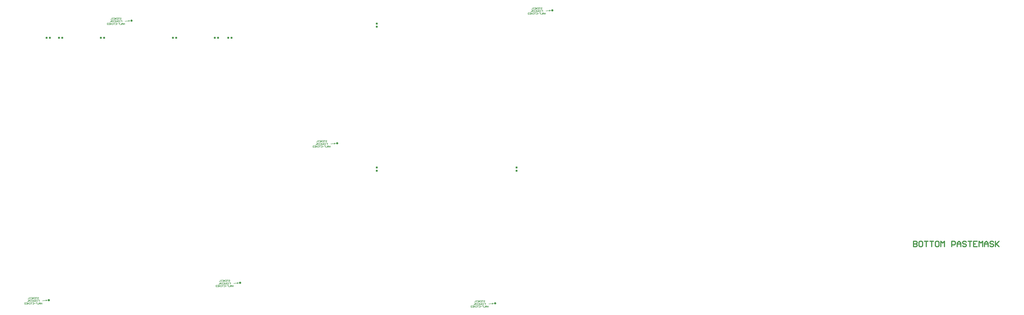
<source format=gbp>
G04*
G04 #@! TF.GenerationSoftware,Altium Limited,Altium Designer,20.1.11 (218)*
G04*
G04 Layer_Color=128*
%FSLAX24Y24*%
%MOIN*%
G70*
G04*
G04 #@! TF.SameCoordinates,4F03ECE6-B82A-4DAD-B74B-52B5A60C741D*
G04*
G04*
G04 #@! TF.FilePolarity,Positive*
G04*
G01*
G75*
%ADD11C,0.0200*%
G04:AMPARAMS|DCode=66|XSize=35mil|YSize=34mil|CornerRadius=6mil|HoleSize=0mil|Usage=FLASHONLY|Rotation=90.000|XOffset=0mil|YOffset=0mil|HoleType=Round|Shape=RoundedRectangle|*
%AMROUNDEDRECTD66*
21,1,0.0350,0.0221,0,0,90.0*
21,1,0.0231,0.0340,0,0,90.0*
1,1,0.0119,0.0111,0.0116*
1,1,0.0119,0.0111,-0.0116*
1,1,0.0119,-0.0111,-0.0116*
1,1,0.0119,-0.0111,0.0116*
%
%ADD66ROUNDEDRECTD66*%
G04:AMPARAMS|DCode=68|XSize=35mil|YSize=34mil|CornerRadius=6mil|HoleSize=0mil|Usage=FLASHONLY|Rotation=180.000|XOffset=0mil|YOffset=0mil|HoleType=Round|Shape=RoundedRectangle|*
%AMROUNDEDRECTD68*
21,1,0.0350,0.0221,0,0,180.0*
21,1,0.0231,0.0340,0,0,180.0*
1,1,0.0119,-0.0116,0.0111*
1,1,0.0119,0.0116,0.0111*
1,1,0.0119,0.0116,-0.0111*
1,1,0.0119,-0.0116,-0.0111*
%
%ADD68ROUNDEDRECTD68*%
%ADD89C,0.0050*%
G36*
X9161Y4729D02*
X9141D01*
X9103Y4722D01*
X9067Y4707D01*
X9035Y4685D01*
X9008Y4658D01*
X8986Y4626D01*
X8971Y4590D01*
X8964Y4552D01*
Y4533D01*
Y4513D01*
X8971Y4475D01*
X8986Y4439D01*
X9008Y4407D01*
X9035Y4380D01*
X9067Y4358D01*
X9103Y4343D01*
X9141Y4336D01*
X9161D01*
X9180D01*
X9218Y4343D01*
X9254Y4358D01*
X9286Y4380D01*
X9314Y4407D01*
X9335Y4439D01*
X9350Y4475D01*
X9358Y4513D01*
Y4533D01*
Y4552D01*
X9350Y4590D01*
X9335Y4626D01*
X9314Y4658D01*
X9286Y4685D01*
X9254Y4707D01*
X9218Y4722D01*
X9180Y4729D01*
X9161D01*
D01*
D02*
G37*
G36*
X44195Y7922D02*
X44175D01*
X44137Y7914D01*
X44101Y7899D01*
X44069Y7878D01*
X44042Y7850D01*
X44020Y7818D01*
X44005Y7782D01*
X43998Y7744D01*
Y7725D01*
Y7706D01*
X44005Y7668D01*
X44020Y7632D01*
X44042Y7599D01*
X44069Y7572D01*
X44101Y7551D01*
X44137Y7536D01*
X44175Y7528D01*
X44195D01*
X44214D01*
X44252Y7536D01*
X44288Y7551D01*
X44320Y7572D01*
X44347Y7599D01*
X44369Y7632D01*
X44384Y7668D01*
X44391Y7706D01*
Y7725D01*
Y7744D01*
X44384Y7782D01*
X44369Y7818D01*
X44347Y7850D01*
X44320Y7878D01*
X44288Y7899D01*
X44252Y7914D01*
X44214Y7922D01*
X44195D01*
D01*
D02*
G37*
G36*
X24303Y56025D02*
X24284D01*
X24246Y56018D01*
X24210Y56003D01*
X24178Y55982D01*
X24150Y55954D01*
X24129Y55922D01*
X24114Y55886D01*
X24106Y55848D01*
Y55829D01*
Y55809D01*
X24114Y55771D01*
X24129Y55735D01*
X24150Y55703D01*
X24178Y55676D01*
X24210Y55654D01*
X24246Y55639D01*
X24284Y55632D01*
X24303D01*
X24323D01*
X24361Y55639D01*
X24397Y55654D01*
X24429Y55676D01*
X24456Y55703D01*
X24478Y55735D01*
X24493Y55771D01*
X24500Y55809D01*
Y55829D01*
Y55848D01*
X24493Y55886D01*
X24478Y55922D01*
X24456Y55954D01*
X24429Y55982D01*
X24397Y56003D01*
X24361Y56018D01*
X24323Y56025D01*
X24303D01*
D01*
D02*
G37*
G36*
X90899Y4156D02*
X90880D01*
X90842Y4148D01*
X90806Y4134D01*
X90774Y4112D01*
X90746Y4085D01*
X90725Y4052D01*
X90710Y4017D01*
X90702Y3979D01*
Y3959D01*
Y3940D01*
X90710Y3902D01*
X90725Y3866D01*
X90746Y3834D01*
X90774Y3806D01*
X90806Y3785D01*
X90842Y3770D01*
X90880Y3762D01*
X90899D01*
X90919D01*
X90957Y3770D01*
X90992Y3785D01*
X91025Y3806D01*
X91052Y3834D01*
X91074Y3866D01*
X91088Y3902D01*
X91096Y3940D01*
Y3959D01*
Y3979D01*
X91088Y4017D01*
X91074Y4052D01*
X91052Y4085D01*
X91025Y4112D01*
X90992Y4134D01*
X90957Y4148D01*
X90919Y4156D01*
X90899D01*
D01*
D02*
G37*
G36*
X61966Y33520D02*
X61946D01*
X61908Y33512D01*
X61872Y33497D01*
X61840Y33476D01*
X61813Y33448D01*
X61791Y33416D01*
X61776Y33380D01*
X61769Y33342D01*
Y33323D01*
Y33303D01*
X61776Y33265D01*
X61791Y33230D01*
X61813Y33197D01*
X61840Y33170D01*
X61872Y33148D01*
X61908Y33134D01*
X61946Y33126D01*
X61966D01*
X61985D01*
X62023Y33134D01*
X62059Y33148D01*
X62091Y33170D01*
X62119Y33197D01*
X62140Y33230D01*
X62155Y33265D01*
X62163Y33303D01*
Y33323D01*
Y33342D01*
X62155Y33380D01*
X62140Y33416D01*
X62119Y33448D01*
X62091Y33476D01*
X62059Y33497D01*
X62023Y33512D01*
X61985Y33520D01*
X61966D01*
D01*
D02*
G37*
G36*
X101367Y57910D02*
X101348D01*
X101310Y57902D01*
X101274Y57888D01*
X101242Y57866D01*
X101214Y57839D01*
X101193Y57806D01*
X101178Y57771D01*
X101170Y57733D01*
Y57713D01*
Y57694D01*
X101178Y57656D01*
X101193Y57620D01*
X101214Y57588D01*
X101242Y57560D01*
X101274Y57539D01*
X101310Y57524D01*
X101348Y57516D01*
X101367D01*
X101386D01*
X101424Y57524D01*
X101460Y57539D01*
X101492Y57560D01*
X101520Y57588D01*
X101541Y57620D01*
X101556Y57656D01*
X101564Y57694D01*
Y57713D01*
Y57733D01*
X101556Y57771D01*
X101541Y57806D01*
X101520Y57839D01*
X101492Y57866D01*
X101460Y57888D01*
X101424Y57902D01*
X101386Y57910D01*
X101367D01*
D01*
D02*
G37*
D11*
X167525Y15340D02*
Y14340D01*
X168025D01*
X168191Y14507D01*
Y14673D01*
X168025Y14840D01*
X167525D01*
X168025D01*
X168191Y15007D01*
Y15173D01*
X168025Y15340D01*
X167525D01*
X169024D02*
X168691D01*
X168525Y15173D01*
Y14507D01*
X168691Y14340D01*
X169024D01*
X169191Y14507D01*
Y15173D01*
X169024Y15340D01*
X169524D02*
X170191D01*
X169857D01*
Y14340D01*
X170524Y15340D02*
X171190D01*
X170857D01*
Y14340D01*
X172023Y15340D02*
X171690D01*
X171524Y15173D01*
Y14507D01*
X171690Y14340D01*
X172023D01*
X172190Y14507D01*
Y15173D01*
X172023Y15340D01*
X172523Y14340D02*
Y15340D01*
X172856Y15007D01*
X173190Y15340D01*
Y14340D01*
X174523D02*
Y15340D01*
X175022D01*
X175189Y15173D01*
Y14840D01*
X175022Y14673D01*
X174523D01*
X175522Y14340D02*
Y15007D01*
X175855Y15340D01*
X176189Y15007D01*
Y14340D01*
Y14840D01*
X175522D01*
X177188Y15173D02*
X177022Y15340D01*
X176689D01*
X176522Y15173D01*
Y15007D01*
X176689Y14840D01*
X177022D01*
X177188Y14673D01*
Y14507D01*
X177022Y14340D01*
X176689D01*
X176522Y14507D01*
X177522Y15340D02*
X178188D01*
X177855D01*
Y14340D01*
X179188Y15340D02*
X178521D01*
Y14340D01*
X179188D01*
X178521Y14840D02*
X178855D01*
X179521Y14340D02*
Y15340D01*
X179854Y15007D01*
X180187Y15340D01*
Y14340D01*
X180521D02*
Y15007D01*
X180854Y15340D01*
X181187Y15007D01*
Y14340D01*
Y14840D01*
X180521D01*
X182187Y15173D02*
X182020Y15340D01*
X181687D01*
X181520Y15173D01*
Y15007D01*
X181687Y14840D01*
X182020D01*
X182187Y14673D01*
Y14507D01*
X182020Y14340D01*
X181687D01*
X181520Y14507D01*
X182520Y15340D02*
Y14340D01*
Y14673D01*
X183186Y15340D01*
X182687Y14840D01*
X183186Y14340D01*
D66*
X94820Y28274D02*
D03*
Y28864D02*
D03*
X69229Y28273D02*
D03*
Y28863D02*
D03*
Y54696D02*
D03*
Y55286D02*
D03*
D68*
X42028Y52690D02*
D03*
X42618D02*
D03*
X9350D02*
D03*
X8760D02*
D03*
X11024D02*
D03*
X11614D02*
D03*
X40157D02*
D03*
X39567D02*
D03*
X32480D02*
D03*
X31890D02*
D03*
X18701D02*
D03*
X19291D02*
D03*
D89*
X60796Y33213D02*
X61646Y33283D01*
X61436Y33153D02*
X61646Y33283D01*
X61426Y33373D02*
X61646Y33283D01*
X89729Y3849D02*
X90579Y3919D01*
X90369Y3789D02*
X90579Y3919D01*
X90359Y4009D02*
X90579Y3919D01*
X100197Y57603D02*
X101047Y57673D01*
X100837Y57543D02*
X101047Y57673D01*
X100827Y57763D02*
X101047Y57673D01*
X43025Y7615D02*
X43875Y7685D01*
X43665Y7555D02*
X43875Y7685D01*
X43655Y7775D02*
X43875Y7685D01*
X23133Y55719D02*
X23983Y55789D01*
X23773Y55659D02*
X23983Y55789D01*
X23763Y55879D02*
X23983Y55789D01*
X7991Y4423D02*
X8841Y4493D01*
X8631Y4363D02*
X8841Y4493D01*
X8621Y4583D02*
X8841Y4493D01*
X99292Y58173D02*
X99342Y58223D01*
X99442D01*
X99492Y58173D01*
Y58123D01*
X99442Y58073D01*
X99342D01*
X99292Y58023D01*
Y57973D01*
X99342Y57923D01*
X99442D01*
X99492Y57973D01*
X99192Y58223D02*
X98992D01*
X99092D01*
Y57923D01*
X98692Y58223D02*
X98892D01*
Y57923D01*
X98692D01*
X98892Y58073D02*
X98792D01*
X98593Y57923D02*
Y58223D01*
X98393Y57923D01*
Y58223D01*
X98093Y58173D02*
X98143Y58223D01*
X98243D01*
X98293Y58173D01*
Y57973D01*
X98243Y57923D01*
X98143D01*
X98093Y57973D01*
X97993Y58223D02*
X97893D01*
X97943D01*
Y57923D01*
X97993D01*
X97893D01*
X97743Y58223D02*
Y57923D01*
X97543D01*
X99417Y57743D02*
X99617D01*
Y57593D01*
X99517D01*
X99617D01*
Y57443D01*
X99317Y57743D02*
X99217D01*
X99267D01*
Y57443D01*
X99317D01*
X99217D01*
X99067Y57743D02*
Y57443D01*
X98917D01*
X98867Y57493D01*
Y57693D01*
X98917Y57743D01*
X99067D01*
X98767D02*
Y57493D01*
X98717Y57443D01*
X98617D01*
X98568Y57493D01*
Y57743D01*
X98268Y57693D02*
X98318Y57743D01*
X98418D01*
X98468Y57693D01*
Y57493D01*
X98418Y57443D01*
X98318D01*
X98268Y57493D01*
X98168Y57743D02*
X98068D01*
X98118D01*
Y57443D01*
X98168D01*
X98068D01*
X97918D02*
Y57643D01*
X97818Y57743D01*
X97718Y57643D01*
Y57443D01*
Y57593D01*
X97918D01*
X97618Y57743D02*
Y57443D01*
X97418D01*
X100117Y57263D02*
Y56963D01*
Y57113D01*
X99917D01*
Y57263D01*
Y56963D01*
X99817D02*
Y57163D01*
X99717Y57263D01*
X99617Y57163D01*
Y56963D01*
Y57113D01*
X99817D01*
X99517Y57263D02*
Y56963D01*
X99317D01*
X99017Y57263D02*
X99217D01*
Y57113D01*
X99117D01*
X99217D01*
Y56963D01*
X98917Y57113D02*
X98717D01*
X98418Y57263D02*
X98617D01*
Y56963D01*
X98418D01*
X98617Y57113D02*
X98518D01*
X98318Y57263D02*
X98118D01*
X98218D01*
Y56963D01*
X97818Y57213D02*
X97868Y57263D01*
X97968D01*
X98018Y57213D01*
Y57013D01*
X97968Y56963D01*
X97868D01*
X97818Y57013D01*
X97718Y57263D02*
Y56963D01*
Y57113D01*
X97518D01*
Y57263D01*
Y56963D01*
X97218Y57263D02*
X97418D01*
Y56963D01*
X97218D01*
X97418Y57113D02*
X97318D01*
X97118Y57263D02*
Y56963D01*
X96968D01*
X96918Y57013D01*
Y57213D01*
X96968Y57263D01*
X97118D01*
X59891Y33782D02*
X59941Y33832D01*
X60041D01*
X60091Y33782D01*
Y33733D01*
X60041Y33683D01*
X59941D01*
X59891Y33633D01*
Y33583D01*
X59941Y33533D01*
X60041D01*
X60091Y33583D01*
X59791Y33832D02*
X59591D01*
X59691D01*
Y33533D01*
X59291Y33832D02*
X59491D01*
Y33533D01*
X59291D01*
X59491Y33683D02*
X59391D01*
X59191Y33533D02*
Y33832D01*
X58991Y33533D01*
Y33832D01*
X58691Y33782D02*
X58741Y33832D01*
X58841D01*
X58891Y33782D01*
Y33583D01*
X58841Y33533D01*
X58741D01*
X58691Y33583D01*
X58591Y33832D02*
X58491D01*
X58541D01*
Y33533D01*
X58591D01*
X58491D01*
X58341Y33832D02*
Y33533D01*
X58142D01*
X60016Y33353D02*
X60216D01*
Y33203D01*
X60116D01*
X60216D01*
Y33053D01*
X59916Y33353D02*
X59816D01*
X59866D01*
Y33053D01*
X59916D01*
X59816D01*
X59666Y33353D02*
Y33053D01*
X59516D01*
X59466Y33103D01*
Y33303D01*
X59516Y33353D01*
X59666D01*
X59366D02*
Y33103D01*
X59316Y33053D01*
X59216D01*
X59166Y33103D01*
Y33353D01*
X58866Y33303D02*
X58916Y33353D01*
X59016D01*
X59066Y33303D01*
Y33103D01*
X59016Y33053D01*
X58916D01*
X58866Y33103D01*
X58766Y33353D02*
X58666D01*
X58716D01*
Y33053D01*
X58766D01*
X58666D01*
X58516D02*
Y33253D01*
X58416Y33353D01*
X58316Y33253D01*
Y33053D01*
Y33203D01*
X58516D01*
X58217Y33353D02*
Y33053D01*
X58017D01*
X60716Y32873D02*
Y32573D01*
Y32723D01*
X60516D01*
Y32873D01*
Y32573D01*
X60416D02*
Y32773D01*
X60316Y32873D01*
X60216Y32773D01*
Y32573D01*
Y32723D01*
X60416D01*
X60116Y32873D02*
Y32573D01*
X59916D01*
X59616Y32873D02*
X59816D01*
Y32723D01*
X59716D01*
X59816D01*
Y32573D01*
X59516Y32723D02*
X59316D01*
X59016Y32873D02*
X59216D01*
Y32573D01*
X59016D01*
X59216Y32723D02*
X59116D01*
X58916Y32873D02*
X58716D01*
X58816D01*
Y32573D01*
X58416Y32823D02*
X58466Y32873D01*
X58566D01*
X58616Y32823D01*
Y32623D01*
X58566Y32573D01*
X58466D01*
X58416Y32623D01*
X58316Y32873D02*
Y32573D01*
Y32723D01*
X58117D01*
Y32873D01*
Y32573D01*
X57817Y32873D02*
X58017D01*
Y32573D01*
X57817D01*
X58017Y32723D02*
X57917D01*
X57717Y32873D02*
Y32573D01*
X57567D01*
X57517Y32623D01*
Y32823D01*
X57567Y32873D01*
X57717D01*
X88824Y4419D02*
X88874Y4469D01*
X88974D01*
X89024Y4419D01*
Y4369D01*
X88974Y4319D01*
X88874D01*
X88824Y4269D01*
Y4219D01*
X88874Y4169D01*
X88974D01*
X89024Y4219D01*
X88724Y4469D02*
X88524D01*
X88624D01*
Y4169D01*
X88225Y4469D02*
X88425D01*
Y4169D01*
X88225D01*
X88425Y4319D02*
X88325D01*
X88125Y4169D02*
Y4469D01*
X87925Y4169D01*
Y4469D01*
X87625Y4419D02*
X87675Y4469D01*
X87775D01*
X87825Y4419D01*
Y4219D01*
X87775Y4169D01*
X87675D01*
X87625Y4219D01*
X87525Y4469D02*
X87425D01*
X87475D01*
Y4169D01*
X87525D01*
X87425D01*
X87275Y4469D02*
Y4169D01*
X87075D01*
X88949Y3989D02*
X89149D01*
Y3839D01*
X89049D01*
X89149D01*
Y3689D01*
X88849Y3989D02*
X88749D01*
X88799D01*
Y3689D01*
X88849D01*
X88749D01*
X88599Y3989D02*
Y3689D01*
X88450D01*
X88400Y3739D01*
Y3939D01*
X88450Y3989D01*
X88599D01*
X88300D02*
Y3739D01*
X88250Y3689D01*
X88150D01*
X88100Y3739D01*
Y3989D01*
X87800Y3939D02*
X87850Y3989D01*
X87950D01*
X88000Y3939D01*
Y3739D01*
X87950Y3689D01*
X87850D01*
X87800Y3739D01*
X87700Y3989D02*
X87600D01*
X87650D01*
Y3689D01*
X87700D01*
X87600D01*
X87450D02*
Y3889D01*
X87350Y3989D01*
X87250Y3889D01*
Y3689D01*
Y3839D01*
X87450D01*
X87150Y3989D02*
Y3689D01*
X86950D01*
X89649Y3509D02*
Y3209D01*
Y3359D01*
X89449D01*
Y3509D01*
Y3209D01*
X89349D02*
Y3409D01*
X89249Y3509D01*
X89149Y3409D01*
Y3209D01*
Y3359D01*
X89349D01*
X89049Y3509D02*
Y3209D01*
X88849D01*
X88549Y3509D02*
X88749D01*
Y3359D01*
X88649D01*
X88749D01*
Y3209D01*
X88450Y3359D02*
X88250D01*
X87950Y3509D02*
X88150D01*
Y3209D01*
X87950D01*
X88150Y3359D02*
X88050D01*
X87850Y3509D02*
X87650D01*
X87750D01*
Y3209D01*
X87350Y3459D02*
X87400Y3509D01*
X87500D01*
X87550Y3459D01*
Y3259D01*
X87500Y3209D01*
X87400D01*
X87350Y3259D01*
X87250Y3509D02*
Y3209D01*
Y3359D01*
X87050D01*
Y3509D01*
Y3209D01*
X86750Y3509D02*
X86950D01*
Y3209D01*
X86750D01*
X86950Y3359D02*
X86850D01*
X86650Y3509D02*
Y3209D01*
X86500D01*
X86450Y3259D01*
Y3459D01*
X86500Y3509D01*
X86650D01*
X22229Y56288D02*
X22279Y56338D01*
X22379D01*
X22429Y56288D01*
Y56238D01*
X22379Y56188D01*
X22279D01*
X22229Y56138D01*
Y56088D01*
X22279Y56038D01*
X22379D01*
X22429Y56088D01*
X22129Y56338D02*
X21929D01*
X22029D01*
Y56038D01*
X21629Y56338D02*
X21829D01*
Y56038D01*
X21629D01*
X21829Y56188D02*
X21729D01*
X21529Y56038D02*
Y56338D01*
X21329Y56038D01*
Y56338D01*
X21029Y56288D02*
X21079Y56338D01*
X21179D01*
X21229Y56288D01*
Y56088D01*
X21179Y56038D01*
X21079D01*
X21029Y56088D01*
X20929Y56338D02*
X20829D01*
X20879D01*
Y56038D01*
X20929D01*
X20829D01*
X20679Y56338D02*
Y56038D01*
X20479D01*
X22354Y55858D02*
X22553D01*
Y55708D01*
X22453D01*
X22553D01*
Y55558D01*
X22254Y55858D02*
X22154D01*
X22204D01*
Y55558D01*
X22254D01*
X22154D01*
X22004Y55858D02*
Y55558D01*
X21854D01*
X21804Y55608D01*
Y55808D01*
X21854Y55858D01*
X22004D01*
X21704D02*
Y55608D01*
X21654Y55558D01*
X21554D01*
X21504Y55608D01*
Y55858D01*
X21204Y55808D02*
X21254Y55858D01*
X21354D01*
X21404Y55808D01*
Y55608D01*
X21354Y55558D01*
X21254D01*
X21204Y55608D01*
X21104Y55858D02*
X21004D01*
X21054D01*
Y55558D01*
X21104D01*
X21004D01*
X20854D02*
Y55758D01*
X20754Y55858D01*
X20654Y55758D01*
Y55558D01*
Y55708D01*
X20854D01*
X20554Y55858D02*
Y55558D01*
X20354D01*
X23053Y55379D02*
Y55079D01*
Y55229D01*
X22853D01*
Y55379D01*
Y55079D01*
X22753D02*
Y55279D01*
X22653Y55379D01*
X22553Y55279D01*
Y55079D01*
Y55229D01*
X22753D01*
X22453Y55379D02*
Y55079D01*
X22254D01*
X21954Y55379D02*
X22154D01*
Y55229D01*
X22054D01*
X22154D01*
Y55079D01*
X21854Y55229D02*
X21654D01*
X21354Y55379D02*
X21554D01*
Y55079D01*
X21354D01*
X21554Y55229D02*
X21454D01*
X21254Y55379D02*
X21054D01*
X21154D01*
Y55079D01*
X20754Y55329D02*
X20804Y55379D01*
X20904D01*
X20954Y55329D01*
Y55129D01*
X20904Y55079D01*
X20804D01*
X20754Y55129D01*
X20654Y55379D02*
Y55079D01*
Y55229D01*
X20454D01*
Y55379D01*
Y55079D01*
X20154Y55379D02*
X20354D01*
Y55079D01*
X20154D01*
X20354Y55229D02*
X20254D01*
X20054Y55379D02*
Y55079D01*
X19904D01*
X19854Y55129D01*
Y55329D01*
X19904Y55379D01*
X20054D01*
X7086Y4992D02*
X7136Y5042D01*
X7236D01*
X7286Y4992D01*
Y4942D01*
X7236Y4892D01*
X7136D01*
X7086Y4842D01*
Y4792D01*
X7136Y4742D01*
X7236D01*
X7286Y4792D01*
X6986Y5042D02*
X6786D01*
X6886D01*
Y4742D01*
X6486Y5042D02*
X6686D01*
Y4742D01*
X6486D01*
X6686Y4892D02*
X6586D01*
X6386Y4742D02*
Y5042D01*
X6186Y4742D01*
Y5042D01*
X5886Y4992D02*
X5936Y5042D01*
X6036D01*
X6086Y4992D01*
Y4792D01*
X6036Y4742D01*
X5936D01*
X5886Y4792D01*
X5786Y5042D02*
X5686D01*
X5736D01*
Y4742D01*
X5786D01*
X5686D01*
X5536Y5042D02*
Y4742D01*
X5336D01*
X7211Y4562D02*
X7411D01*
Y4412D01*
X7311D01*
X7411D01*
Y4262D01*
X7111Y4562D02*
X7011D01*
X7061D01*
Y4262D01*
X7111D01*
X7011D01*
X6861Y4562D02*
Y4262D01*
X6711D01*
X6661Y4312D01*
Y4512D01*
X6711Y4562D01*
X6861D01*
X6561D02*
Y4312D01*
X6511Y4262D01*
X6411D01*
X6361Y4312D01*
Y4562D01*
X6061Y4512D02*
X6111Y4562D01*
X6211D01*
X6261Y4512D01*
Y4312D01*
X6211Y4262D01*
X6111D01*
X6061Y4312D01*
X5961Y4562D02*
X5861D01*
X5911D01*
Y4262D01*
X5961D01*
X5861D01*
X5711D02*
Y4462D01*
X5611Y4562D01*
X5511Y4462D01*
Y4262D01*
Y4412D01*
X5711D01*
X5411Y4562D02*
Y4262D01*
X5212D01*
X7911Y4083D02*
Y3783D01*
Y3933D01*
X7711D01*
Y4083D01*
Y3783D01*
X7611D02*
Y3983D01*
X7511Y4083D01*
X7411Y3983D01*
Y3783D01*
Y3933D01*
X7611D01*
X7311Y4083D02*
Y3783D01*
X7111D01*
X6811Y4083D02*
X7011D01*
Y3933D01*
X6911D01*
X7011D01*
Y3783D01*
X6711Y3933D02*
X6511D01*
X6211Y4083D02*
X6411D01*
Y3783D01*
X6211D01*
X6411Y3933D02*
X6311D01*
X6111Y4083D02*
X5911D01*
X6011D01*
Y3783D01*
X5611Y4033D02*
X5661Y4083D01*
X5761D01*
X5811Y4033D01*
Y3833D01*
X5761Y3783D01*
X5661D01*
X5611Y3833D01*
X5511Y4083D02*
Y3783D01*
Y3933D01*
X5312D01*
Y4083D01*
Y3783D01*
X5012Y4083D02*
X5212D01*
Y3783D01*
X5012D01*
X5212Y3933D02*
X5112D01*
X4912Y4083D02*
Y3783D01*
X4762D01*
X4712Y3833D01*
Y4033D01*
X4762Y4083D01*
X4912D01*
X42120Y8185D02*
X42170Y8235D01*
X42270D01*
X42320Y8185D01*
Y8135D01*
X42270Y8085D01*
X42170D01*
X42120Y8035D01*
Y7985D01*
X42170Y7935D01*
X42270D01*
X42320Y7985D01*
X42020Y8235D02*
X41820D01*
X41920D01*
Y7935D01*
X41520Y8235D02*
X41720D01*
Y7935D01*
X41520D01*
X41720Y8085D02*
X41620D01*
X41420Y7935D02*
Y8235D01*
X41220Y7935D01*
Y8235D01*
X40920Y8185D02*
X40970Y8235D01*
X41070D01*
X41120Y8185D01*
Y7985D01*
X41070Y7935D01*
X40970D01*
X40920Y7985D01*
X40820Y8235D02*
X40720D01*
X40770D01*
Y7935D01*
X40820D01*
X40720D01*
X40570Y8235D02*
Y7935D01*
X40370D01*
X42245Y7755D02*
X42445D01*
Y7605D01*
X42345D01*
X42445D01*
Y7455D01*
X42145Y7755D02*
X42045D01*
X42095D01*
Y7455D01*
X42145D01*
X42045D01*
X41895Y7755D02*
Y7455D01*
X41745D01*
X41695Y7505D01*
Y7705D01*
X41745Y7755D01*
X41895D01*
X41595D02*
Y7505D01*
X41545Y7455D01*
X41445D01*
X41395Y7505D01*
Y7755D01*
X41095Y7705D02*
X41145Y7755D01*
X41245D01*
X41295Y7705D01*
Y7505D01*
X41245Y7455D01*
X41145D01*
X41095Y7505D01*
X40995Y7755D02*
X40895D01*
X40945D01*
Y7455D01*
X40995D01*
X40895D01*
X40745D02*
Y7655D01*
X40645Y7755D01*
X40545Y7655D01*
Y7455D01*
Y7605D01*
X40745D01*
X40445Y7755D02*
Y7455D01*
X40245D01*
X42945Y7275D02*
Y6975D01*
Y7125D01*
X42745D01*
Y7275D01*
Y6975D01*
X42645D02*
Y7175D01*
X42545Y7275D01*
X42445Y7175D01*
Y6975D01*
Y7125D01*
X42645D01*
X42345Y7275D02*
Y6975D01*
X42145D01*
X41845Y7275D02*
X42045D01*
Y7125D01*
X41945D01*
X42045D01*
Y6975D01*
X41745Y7125D02*
X41545D01*
X41245Y7275D02*
X41445D01*
Y6975D01*
X41245D01*
X41445Y7125D02*
X41345D01*
X41145Y7275D02*
X40945D01*
X41045D01*
Y6975D01*
X40645Y7225D02*
X40695Y7275D01*
X40795D01*
X40845Y7225D01*
Y7025D01*
X40795Y6975D01*
X40695D01*
X40645Y7025D01*
X40545Y7275D02*
Y6975D01*
Y7125D01*
X40345D01*
Y7275D01*
Y6975D01*
X40045Y7275D02*
X40245D01*
Y6975D01*
X40045D01*
X40245Y7125D02*
X40145D01*
X39945Y7275D02*
Y6975D01*
X39796D01*
X39746Y7025D01*
Y7225D01*
X39796Y7275D01*
X39945D01*
M02*

</source>
